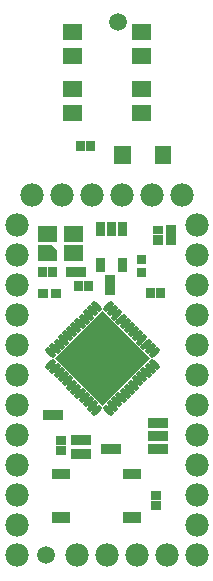
<source format=gts>
G04 Layer: TopSolderMaskLayer*
G04 EasyEDA v6.3.22, 2020-03-24T16:00:13+09:00*
G04 d7f5250073f14fcc9ce3ff4b1d3fcb3e,67344a67363949849f01d11c0c7cf016,10*
G04 Gerber Generator version 0.2*
G04 Scale: 100 percent, Rotated: No, Reflected: No *
G04 Dimensions in inches *
G04 leading zeros omitted , absolute positions ,2 integer and 4 decimal *
%FSLAX24Y24*%
%MOIN*%
G90*
G70D02*

%ADD39C,0.019024*%
%ADD40C,0.078000*%
%ADD41C,0.059400*%
%ADD42R,0.033590X0.031620*%

%LPD*%
G54D39*
G01X3079Y8882D02*
G01X3251Y8709D01*
G01X2939Y8743D02*
G01X3112Y8570D01*
G01X2800Y8603D02*
G01X2973Y8431D01*
G01X2661Y8464D02*
G01X2833Y8291D01*
G01X2521Y8325D02*
G01X2694Y8152D01*
G01X2382Y8185D02*
G01X2555Y8013D01*
G01X2244Y8047D02*
G01X2416Y7874D01*
G01X2104Y7907D02*
G01X2277Y7735D01*
G01X1965Y7768D02*
G01X2138Y7596D01*
G01X1826Y7629D02*
G01X1998Y7456D01*
G01X1686Y7490D02*
G01X1859Y7317D01*
G01X1547Y7350D02*
G01X1720Y7178D01*
G01X1720Y6961D02*
G01X1547Y6789D01*
G01X1859Y6822D02*
G01X1686Y6649D01*
G01X1998Y6683D02*
G01X1826Y6510D01*
G01X2138Y6543D02*
G01X1965Y6371D01*
G01X2277Y6404D02*
G01X2104Y6232D01*
G01X2416Y6265D02*
G01X2244Y6092D01*
G01X2555Y6126D02*
G01X2382Y5954D01*
G01X2694Y5987D02*
G01X2521Y5814D01*
G01X2833Y5848D02*
G01X2661Y5675D01*
G01X2973Y5708D02*
G01X2800Y5536D01*
G01X3112Y5569D02*
G01X2939Y5396D01*
G01X3251Y5430D02*
G01X3079Y5257D01*
G01X3468Y5430D02*
G01X3640Y5257D01*
G01X3607Y5569D02*
G01X3779Y5396D01*
G01X3746Y5708D02*
G01X3919Y5536D01*
G01X3885Y5848D02*
G01X4058Y5675D01*
G01X4025Y5987D02*
G01X4197Y5814D01*
G01X4164Y6126D02*
G01X4337Y5954D01*
G01X4303Y6265D02*
G01X4475Y6092D01*
G01X4442Y6404D02*
G01X4615Y6232D01*
G01X4581Y6543D02*
G01X4754Y6371D01*
G01X4721Y6683D02*
G01X4893Y6510D01*
G01X4860Y6822D02*
G01X5032Y6649D01*
G01X4999Y6961D02*
G01X5172Y6789D01*
G01X5172Y7350D02*
G01X4999Y7178D01*
G01X5032Y7490D02*
G01X4860Y7317D01*
G01X4893Y7629D02*
G01X4721Y7456D01*
G01X4754Y7768D02*
G01X4581Y7596D01*
G01X4615Y7907D02*
G01X4442Y7735D01*
G01X4475Y8047D02*
G01X4303Y7874D01*
G01X4337Y8185D02*
G01X4164Y8013D01*
G01X4197Y8325D02*
G01X4025Y8152D01*
G01X4058Y8464D02*
G01X3885Y8291D01*
G01X3919Y8603D02*
G01X3746Y8431D01*
G01X3779Y8743D02*
G01X3607Y8570D01*
G01X3640Y8882D02*
G01X3468Y8709D01*
G54D40*
G01X999Y12500D03*
G01X499Y11500D03*
G01X499Y10500D03*
G01X499Y9500D03*
G01X499Y8500D03*
G01X499Y7500D03*
G01X499Y6500D03*
G01X499Y5500D03*
G01X499Y4500D03*
G01X499Y3500D03*
G01X499Y2500D03*
G01X499Y1500D03*
G01X499Y500D03*
G01X1999Y12500D03*
G01X2999Y12500D03*
G01X3999Y12500D03*
G01X4999Y12500D03*
G01X5999Y12500D03*
G01X6499Y11500D03*
G01X6499Y10500D03*
G01X6499Y9500D03*
G01X6499Y8500D03*
G01X6499Y7500D03*
G01X6499Y6500D03*
G01X6499Y5500D03*
G01X6499Y4500D03*
G01X6499Y3500D03*
G01X6499Y2500D03*
G01X6499Y1500D03*
G01X6499Y500D03*
G01X5499Y500D03*
G01X4499Y500D03*
G01X3499Y500D03*
G01X2499Y500D03*
G54D41*
G01X3869Y18269D03*
G01X1489Y500D03*
G36*
G01X3451Y9528D02*
G01X3451Y9844D01*
G01X3787Y9844D01*
G01X3787Y9528D01*
G01X3451Y9528D01*
G37*
G36*
G01X3451Y9194D02*
G01X3451Y9511D01*
G01X3787Y9511D01*
G01X3787Y9194D01*
G01X3451Y9194D01*
G37*
G54D42*
G01X5209Y11346D03*
G36*
G01X5041Y10855D02*
G01X5041Y11171D01*
G01X5377Y11171D01*
G01X5377Y10855D01*
G01X5041Y10855D01*
G37*
G36*
G01X5211Y3871D02*
G01X5211Y4207D01*
G01X5527Y4207D01*
G01X5527Y3871D01*
G01X5211Y3871D01*
G37*
G36*
G01X4877Y3871D02*
G01X4877Y4207D01*
G01X5193Y4207D01*
G01X5193Y3871D01*
G01X4877Y3871D01*
G37*
G36*
G01X5211Y4301D02*
G01X5211Y4638D01*
G01X5527Y4638D01*
G01X5527Y4301D01*
G01X5211Y4301D01*
G37*
G36*
G01X4877Y4301D02*
G01X4877Y4638D01*
G01X5193Y4638D01*
G01X5193Y4301D01*
G01X4877Y4301D01*
G37*
G36*
G01X4981Y2342D02*
G01X4981Y2657D01*
G01X5317Y2657D01*
G01X5317Y2342D01*
G01X4981Y2342D01*
G37*
G36*
G01X4981Y2007D02*
G01X4981Y2323D01*
G01X5317Y2323D01*
G01X5317Y2007D01*
G01X4981Y2007D01*
G37*
G36*
G01X5208Y4732D02*
G01X5208Y5067D01*
G01X5524Y5067D01*
G01X5524Y4732D01*
G01X5208Y4732D01*
G37*
G36*
G01X4874Y4732D02*
G01X4874Y5067D01*
G01X5190Y5067D01*
G01X5190Y4732D01*
G01X4874Y4732D01*
G37*
G36*
G01X2086Y10948D02*
G01X2086Y11480D01*
G01X2718Y11480D01*
G01X2718Y10948D01*
G01X2086Y10948D01*
G37*
G36*
G01X1220Y10319D02*
G01X1220Y10851D01*
G01X1686Y10851D01*
G01X1851Y10678D01*
G01X1851Y10319D01*
G01X1220Y10319D01*
G37*
G36*
G01X1220Y10948D02*
G01X1220Y11480D01*
G01X1851Y11480D01*
G01X1851Y10948D01*
G01X1220Y10948D01*
G37*
G36*
G01X2086Y10319D02*
G01X2086Y10851D01*
G01X2718Y10851D01*
G01X2718Y10319D01*
G01X2086Y10319D01*
G37*
G36*
G01X2796Y13982D02*
G01X2796Y14317D01*
G01X3112Y14317D01*
G01X3112Y13982D01*
G01X2796Y13982D01*
G37*
G36*
G01X2462Y13982D02*
G01X2462Y14317D01*
G01X2778Y14317D01*
G01X2778Y13982D01*
G01X2462Y13982D01*
G37*
G36*
G01X3753Y13534D02*
G01X3753Y14165D01*
G01X4306Y14165D01*
G01X4306Y13534D01*
G01X3753Y13534D01*
G37*
G36*
G01X5092Y13534D02*
G01X5092Y14165D01*
G01X5645Y14165D01*
G01X5645Y13534D01*
G01X5092Y13534D01*
G37*
G36*
G01X1377Y5011D02*
G01X1377Y5348D01*
G01X1693Y5348D01*
G01X1693Y5011D01*
G01X1377Y5011D01*
G37*
G36*
G01X1711Y5011D02*
G01X1711Y5348D01*
G01X2027Y5348D01*
G01X2027Y5011D01*
G01X1711Y5011D01*
G37*
G36*
G01X2024Y14982D02*
G01X2024Y15517D01*
G01X2674Y15517D01*
G01X2674Y14982D01*
G01X2024Y14982D01*
G37*
G36*
G01X2024Y15782D02*
G01X2024Y16317D01*
G01X2674Y16317D01*
G01X2674Y15782D01*
G01X2024Y15782D01*
G37*
G36*
G01X4324Y16871D02*
G01X4324Y17407D01*
G01X4974Y17407D01*
G01X4974Y16871D01*
G01X4324Y16871D01*
G37*
G36*
G01X4324Y17671D02*
G01X4324Y18207D01*
G01X4974Y18207D01*
G01X4974Y17671D01*
G01X4324Y17671D01*
G37*
G36*
G01X2024Y16871D02*
G01X2024Y17407D01*
G01X2674Y17407D01*
G01X2674Y16871D01*
G01X2024Y16871D01*
G37*
G36*
G01X2024Y17671D02*
G01X2024Y18207D01*
G01X2674Y18207D01*
G01X2674Y17671D01*
G01X2024Y17671D01*
G37*
G36*
G01X4324Y14982D02*
G01X4324Y15517D01*
G01X4974Y15517D01*
G01X4974Y14982D01*
G01X4324Y14982D01*
G37*
G36*
G01X4324Y15782D02*
G01X4324Y16317D01*
G01X4974Y16317D01*
G01X4974Y15782D01*
G01X4324Y15782D01*
G37*
G36*
G01X3885Y9953D02*
G01X3885Y10426D01*
G01X4181Y10426D01*
G01X4181Y9953D01*
G01X3885Y9953D01*
G37*
G36*
G01X3137Y9953D02*
G01X3137Y10426D01*
G01X3433Y10426D01*
G01X3433Y9953D01*
G01X3137Y9953D01*
G37*
G36*
G01X3137Y11134D02*
G01X3137Y11607D01*
G01X3433Y11607D01*
G01X3433Y11134D01*
G01X3137Y11134D01*
G37*
G36*
G01X3511Y11134D02*
G01X3511Y11607D01*
G01X3807Y11607D01*
G01X3807Y11134D01*
G01X3511Y11134D01*
G37*
G36*
G01X3885Y11134D02*
G01X3885Y11607D01*
G01X4181Y11607D01*
G01X4181Y11134D01*
G01X3885Y11134D01*
G37*
G36*
G01X5131Y9092D02*
G01X5131Y9428D01*
G01X5447Y9428D01*
G01X5447Y9092D01*
G01X5131Y9092D01*
G37*
G36*
G01X4797Y9092D02*
G01X4797Y9428D01*
G01X5113Y9428D01*
G01X5113Y9092D01*
G01X4797Y9092D01*
G37*
G36*
G01X2154Y9782D02*
G01X2154Y10117D01*
G01X2470Y10117D01*
G01X2470Y9782D01*
G01X2154Y9782D01*
G37*
G36*
G01X2488Y9782D02*
G01X2488Y10117D01*
G01X2804Y10117D01*
G01X2804Y9782D01*
G01X2488Y9782D01*
G37*
G36*
G01X1538Y9782D02*
G01X1538Y10117D01*
G01X1854Y10117D01*
G01X1854Y9782D01*
G01X1538Y9782D01*
G37*
G36*
G01X1204Y9782D02*
G01X1204Y10117D01*
G01X1520Y10117D01*
G01X1520Y9782D01*
G01X1204Y9782D01*
G37*
G36*
G01X1214Y9092D02*
G01X1214Y9367D01*
G01X1531Y9367D01*
G01X1531Y9092D01*
G01X1214Y9092D01*
G37*
G36*
G01X1647Y9092D02*
G01X1647Y9367D01*
G01X1964Y9367D01*
G01X1964Y9092D01*
G01X1647Y9092D01*
G37*
G36*
G01X4521Y10207D02*
G01X4521Y10525D01*
G01X4797Y10525D01*
G01X4797Y10207D01*
G01X4521Y10207D01*
G37*
G36*
G01X4521Y9775D02*
G01X4521Y10092D01*
G01X4797Y10092D01*
G01X4797Y9775D01*
G01X4521Y9775D01*
G37*
G36*
G01X2404Y9321D02*
G01X2404Y9657D01*
G01X2720Y9657D01*
G01X2720Y9321D01*
G01X2404Y9321D01*
G37*
G36*
G01X2738Y9321D02*
G01X2738Y9657D01*
G01X3054Y9657D01*
G01X3054Y9321D01*
G01X2738Y9321D01*
G37*
G36*
G01X5481Y10855D02*
G01X5481Y11171D01*
G01X5817Y11171D01*
G01X5817Y10855D01*
G01X5481Y10855D01*
G37*
G36*
G01X5481Y11188D02*
G01X5481Y11505D01*
G01X5817Y11505D01*
G01X5817Y11188D01*
G01X5481Y11188D01*
G37*
G36*
G01X1801Y4182D02*
G01X1801Y4498D01*
G01X2137Y4498D01*
G01X2137Y4182D01*
G01X1801Y4182D01*
G37*
G36*
G01X1801Y3848D02*
G01X1801Y4163D01*
G01X2137Y4163D01*
G01X2137Y3848D01*
G01X1801Y3848D01*
G37*
G36*
G01X2651Y3711D02*
G01X2651Y4048D01*
G01X2967Y4048D01*
G01X2967Y3711D01*
G01X2651Y3711D01*
G37*
G36*
G01X2317Y3711D02*
G01X2317Y4048D01*
G01X2633Y4048D01*
G01X2633Y3711D01*
G01X2317Y3711D01*
G37*
G36*
G01X2651Y4171D02*
G01X2651Y4507D01*
G01X2967Y4507D01*
G01X2967Y4171D01*
G01X2651Y4171D01*
G37*
G36*
G01X2317Y4171D02*
G01X2317Y4507D01*
G01X2633Y4507D01*
G01X2633Y4171D01*
G01X2317Y4171D01*
G37*
G36*
G01X3321Y3882D02*
G01X3321Y4217D01*
G01X3637Y4217D01*
G01X3637Y3882D01*
G01X3321Y3882D01*
G37*
G36*
G01X3655Y3882D02*
G01X3655Y4217D01*
G01X3971Y4217D01*
G01X3971Y3882D01*
G01X3655Y3882D01*
G37*
G36*
G01X1672Y3040D02*
G01X1672Y3396D01*
G01X2264Y3396D01*
G01X2264Y3040D01*
G01X1672Y3040D01*
G37*
G36*
G01X4034Y3040D02*
G01X4034Y3396D01*
G01X4626Y3396D01*
G01X4626Y3040D01*
G01X4034Y3040D01*
G37*
G36*
G01X1672Y1584D02*
G01X1672Y1938D01*
G01X2264Y1938D01*
G01X2264Y1584D01*
G01X1672Y1584D01*
G37*
G36*
G01X4034Y1584D02*
G01X4034Y1938D01*
G01X4626Y1938D01*
G01X4626Y1584D01*
G01X4034Y1584D01*
G37*
G36*
G01X3359Y5482D02*
G01X1771Y7069D01*
G01X3359Y8657D01*
G01X4947Y7069D01*
G01X3359Y5482D01*
G37*
M00*
M02*

</source>
